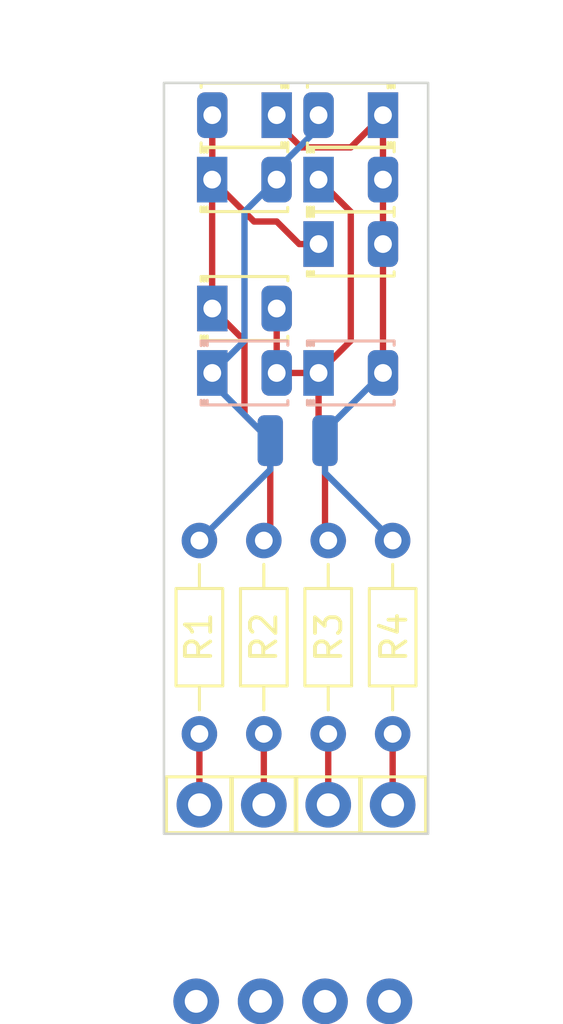
<source format=kicad_pcb>
(kicad_pcb (version 20221018) (generator pcbnew)
  (layers (0 "F.Cu" signal) (31 "B.Cu" signal) (34 "B.Paste" user) (35 "F.Paste" user) (36 "B.SilkS" user "B.Silkscreen") (37 "F.SilkS" user "F.Silkscreen") (38 "B.Mask" user) (39 "F.Mask" user) (44 "Edge.Cuts" user))
  (net 0 "")
  (net 1 "Net-(DG1-K)")
  (net 2 "Net-(DG1-A)")
  (net 3 "Net-(DG2-A)")
  (net 4 "Net-(DO/R1-A)")
  (net 5 "Net-(J5-Pin_1)")
  (net 6 "Net-(J6-Pin_1)")
  (net 7 "Net-(J7-Pin_1)")
  (net 8 "Net-(J8-Pin_1)")
  (footprint "Connector_Pin:Pin_D0.9mm_L10.0mm_W2.4mm_FlatFork" (layer "F.Cu") (at 108.204 92.583)
    (fp_text reference "J7" hide)
    (fp_text value "Conn_01x01")
    (fp_line (start -1.3 -1.1) (end -1.3 0.6) (stroke (width 0.12)) (layer "F.SilkS"))
    (fp_line (start -1.3 0.6) (end -1.3 1.1) (stroke (width 0.12)) (layer "F.SilkS"))
    (fp_line (start -1.3 1.1) (end 1.3 1.1) (stroke (width 0.12)) (layer "F.SilkS"))
    (fp_line (start 1.3 -1.1) (end -1.3 -1.1) (stroke (width 0.12)) (layer "F.SilkS"))
    (fp_line (start 1.3 1.1) (end 1.3 -1.1) (stroke (width 0.12)) (layer "F.SilkS"))
    (pad "1" thru_hole circle (at 0 0) (size 1.8 1.8) (drill 0.9) (layers "*.Cu" "*.Mask") (net 7 "Net-(J7-Pin_1)"))
  )
  (footprint "Resistor_THT:R_Axial_DIN0204_L3.6mm_D1.6mm_P7.62mm_Horizontal" (layer "F.Cu") (at 103.124 82.169 -90)
    (fp_text reference "R1" (at 3.81 0.027 90) (layer "F.SilkS"))
    (fp_text value "100")
    (fp_line (start 0.94 0) (end 1.89 0) (stroke (width 0.12)) (layer "F.SilkS"))
    (fp_line (start 1.89 -0.92) (end 1.89 0.92) (stroke (width 0.12)) (layer "F.SilkS"))
    (fp_line (start 1.89 0.92) (end 5.73 0.92) (stroke (width 0.12)) (layer "F.SilkS"))
    (fp_line (start 5.73 -0.92) (end 1.89 -0.92) (stroke (width 0.12)) (layer "F.SilkS"))
    (fp_line (start 5.73 0.92) (end 5.73 -0.92) (stroke (width 0.12)) (layer "F.SilkS"))
    (fp_line (start 6.68 0) (end 5.73 0) (stroke (width 0.12)) (layer "F.SilkS"))
    (pad "1" thru_hole circle (at 0 0 270) (size 1.4 1.4) (drill 0.7) (layers "*.Cu" "*.Mask") (net 3 "Net-(DG2-A)"))
    (pad "2" thru_hole oval (at 7.62 0 270) (size 1.4 1.4) (drill 0.7) (layers "*.Cu" "*.Mask") (net 5 "Net-(J5-Pin_1)"))
  )
  (footprint "Connector_Wire:SolderWirePad_1x01_SMD_1x2mm" (layer "F.Cu") (at 108.077 78.232)
    (fp_text reference "J3")
    (fp_text value "Conn_01x01")
    (pad "1" smd roundrect (at 0 0) (size 1 2) (layers "F.Cu" "F.Paste" "F.Mask") (net 4 "Net-(DO/R1-A)"))
  )
  (footprint "Connector_Pin:Pin_D0.9mm_L10.0mm_W2.4mm_FlatFork" (layer "F.Cu") (at 105.664 92.583)
    (fp_text reference "J6" hide)
    (fp_text value "Conn_01x01")
    (fp_line (start -1.3 -1.1) (end -1.3 0.6) (stroke (width 0.12)) (layer "F.SilkS"))
    (fp_line (start -1.3 0.6) (end -1.3 1.1) (stroke (width 0.12)) (layer "F.SilkS"))
    (fp_line (start -1.3 1.1) (end 1.3 1.1) (stroke (width 0.12)) (layer "F.SilkS"))
    (fp_line (start 1.3 -1.1) (end -1.3 -1.1) (stroke (width 0.12)) (layer "F.SilkS"))
    (fp_line (start 1.3 1.1) (end 1.3 -1.1) (stroke (width 0.12)) (layer "F.SilkS"))
    (pad "1" thru_hole circle (at 0 0) (size 1.8 1.8) (drill 0.9) (layers "*.Cu" "*.Mask") (net 6 "Net-(J6-Pin_1)"))
  )
  (footprint "LED_THT:LED_D1.8mm_W3.3mm_H2.4mm_mine" (layer "F.Cu") (at 107.823 67.945)
    (fp_text reference "DR2" hide)
    (fp_text value "LED" hide)
    (fp_line (start -0.44 -1.26) (end -0.44 -1.08) (stroke (width 0.12)) (layer "F.SilkS"))
    (fp_line (start -0.44 -1.26) (end 2.98 -1.26) (stroke (width 0.12)) (layer "F.SilkS"))
    (fp_line (start -0.44 1.08) (end -0.44 1.26) (stroke (width 0.12)) (layer "F.SilkS"))
    (fp_line (start -0.44 1.26) (end 2.98 1.26) (stroke (width 0.12)) (layer "F.SilkS"))
    (fp_line (start -0.32 -1.26) (end -0.32 -1.08) (stroke (width 0.12)) (layer "F.SilkS"))
    (fp_line (start -0.32 1.08) (end -0.32 1.26) (stroke (width 0.12)) (layer "F.SilkS"))
    (fp_line (start -0.2 -1.26) (end -0.2 -1.08) (stroke (width 0.12)) (layer "F.SilkS"))
    (fp_line (start -0.2 1.08) (end -0.2 1.26) (stroke (width 0.12)) (layer "F.SilkS"))
    (fp_line (start 2.98 -1.26) (end 2.98 -1.095) (stroke (width 0.12)) (layer "F.SilkS"))
    (fp_line (start 2.98 1.095) (end 2.98 1.26) (stroke (width 0.12)) (layer "F.SilkS"))
    (pad "1" thru_hole rect (at 0 0) (size 1.2 1.8) (drill 0.7) (layers "*.Cu" "*.Mask") (net 4 "Net-(DO/R1-A)"))
    (pad "2" thru_hole roundrect (at 2.54 0) (size 1.2 1.8) (drill 0.7) (layers "*.Cu" "*.Mask") (net 1 "Net-(DG1-K)"))
  )
  (footprint "Connector_Pin:Pin_D0.9mm_L10.0mm_W2.4mm_FlatFork" (layer "F.Cu") (at 103.124 92.583)
    (fp_text reference "J5" hide)
    (fp_text value "Conn_01x01")
    (fp_line (start -1.3 -1.1) (end -1.3 0.6) (stroke (width 0.12)) (layer "F.SilkS"))
    (fp_line (start -1.3 0.6) (end -1.3 1.1) (stroke (width 0.12)) (layer "F.SilkS"))
    (fp_line (start -1.3 1.1) (end 1.3 1.1) (stroke (width 0.12)) (layer "F.SilkS"))
    (fp_line (start 1.3 -1.1) (end -1.3 -1.1) (stroke (width 0.12)) (layer "F.SilkS"))
    (fp_line (start 1.3 1.1) (end 1.3 -1.1) (stroke (width 0.12)) (layer "F.SilkS"))
    (pad "1" thru_hole circle (at 0 0) (size 1.8 1.8) (drill 0.9) (layers "*.Cu" "*.Mask") (net 5 "Net-(J5-Pin_1)"))
  )
  (footprint "Resistor_THT:R_Axial_DIN0204_L3.6mm_D1.6mm_P7.62mm_Horizontal" (layer "F.Cu") (at 105.664 82.169 -90)
    (fp_text reference "R2" (at 3.81 0 90) (layer "F.SilkS"))
    (fp_text value "100")
    (fp_line (start 0.94 0) (end 1.89 0) (stroke (width 0.12)) (layer "F.SilkS"))
    (fp_line (start 1.89 -0.92) (end 1.89 0.92) (stroke (width 0.12)) (layer "F.SilkS"))
    (fp_line (start 1.89 0.92) (end 5.73 0.92) (stroke (width 0.12)) (layer "F.SilkS"))
    (fp_line (start 5.73 -0.92) (end 1.89 -0.92) (stroke (width 0.12)) (layer "F.SilkS"))
    (fp_line (start 5.73 0.92) (end 5.73 -0.92) (stroke (width 0.12)) (layer "F.SilkS"))
    (fp_line (start 6.68 0) (end 5.73 0) (stroke (width 0.12)) (layer "F.SilkS"))
    (pad "1" thru_hole circle (at 0 0 270) (size 1.4 1.4) (drill 0.7) (layers "*.Cu" "*.Mask") (net 2 "Net-(DG1-A)"))
    (pad "2" thru_hole oval (at 7.62 0 270) (size 1.4 1.4) (drill 0.7) (layers "*.Cu" "*.Mask") (net 6 "Net-(J6-Pin_1)"))
  )
  (footprint "" (layer "F.Cu") (at 108.077 100.33)
    (fp_text reference "" (at 0 0) (layer "F.SilkS") (effects (font (size 1.27 1.27))))
    (fp_text value "" (at 0 0) (layer "F.SilkS") (effects (font (size 1.27 1.27))))
    (pad "1" thru_hole circle (at 0 0) (size 1.8 1.8) (drill 0.9) (layers "*.Cu" "*.Mask"))
  )
  (footprint "Resistor_THT:R_Axial_DIN0204_L3.6mm_D1.6mm_P7.62mm_Horizontal" (layer "F.Cu") (at 110.744 82.169 -90)
    (fp_text reference "R4" (at 3.81 -0.048 90) (layer "F.SilkS"))
    (fp_text value "100")
    (fp_line (start 0.94 0) (end 1.89 0) (stroke (width 0.12)) (layer "F.SilkS"))
    (fp_line (start 1.89 -0.92) (end 1.89 0.92) (stroke (width 0.12)) (layer "F.SilkS"))
    (fp_line (start 1.89 0.92) (end 5.73 0.92) (stroke (width 0.12)) (layer "F.SilkS"))
    (fp_line (start 5.73 -0.92) (end 1.89 -0.92) (stroke (width 0.12)) (layer "F.SilkS"))
    (fp_line (start 5.73 0.92) (end 5.73 -0.92) (stroke (width 0.12)) (layer "F.SilkS"))
    (fp_line (start 6.68 0) (end 5.73 0) (stroke (width 0.12)) (layer "F.SilkS"))
    (pad "1" thru_hole circle (at 0 0 270) (size 1.4 1.4) (drill 0.7) (layers "*.Cu" "*.Mask") (net 1 "Net-(DG1-K)"))
    (pad "2" thru_hole oval (at 7.62 0 270) (size 1.4 1.4) (drill 0.7) (layers "*.Cu" "*.Mask") (net 8 "Net-(J8-Pin_1)"))
  )
  (footprint "LED_THT:LED_D1.8mm_W3.3mm_H2.4mm_mine" (layer "F.Cu") (at 106.172 65.405 180)
    (fp_text reference "DG1" hide)
    (fp_text value "LED" hide)
    (fp_line (start -0.44 -1.26) (end -0.44 -1.08) (stroke (width 0.12)) (layer "F.SilkS"))
    (fp_line (start -0.44 -1.26) (end 2.98 -1.26) (stroke (width 0.12)) (layer "F.SilkS"))
    (fp_line (start -0.44 1.08) (end -0.44 1.26) (stroke (width 0.12)) (layer "F.SilkS"))
    (fp_line (start -0.44 1.26) (end 2.98 1.26) (stroke (width 0.12)) (layer "F.SilkS"))
    (fp_line (start -0.32 -1.26) (end -0.32 -1.08) (stroke (width 0.12)) (layer "F.SilkS"))
    (fp_line (start -0.32 1.08) (end -0.32 1.26) (stroke (width 0.12)) (layer "F.SilkS"))
    (fp_line (start -0.2 -1.26) (end -0.2 -1.08) (stroke (width 0.12)) (layer "F.SilkS"))
    (fp_line (start -0.2 1.08) (end -0.2 1.26) (stroke (width 0.12)) (layer "F.SilkS"))
    (fp_line (start 2.98 -1.26) (end 2.98 -1.095) (stroke (width 0.12)) (layer "F.SilkS"))
    (fp_line (start 2.98 1.095) (end 2.98 1.26) (stroke (width 0.12)) (layer "F.SilkS"))
    (pad "1" thru_hole rect (at 0 0 180) (size 1.2 1.8) (drill 0.7) (layers "*.Cu" "*.Mask") (net 1 "Net-(DG1-K)"))
    (pad "2" thru_hole roundrect (at 2.54 0 180) (size 1.2 1.8) (drill 0.7) (layers "*.Cu" "*.Mask") (net 2 "Net-(DG1-A)"))
  )
  (footprint "LED_THT:LED_D1.8mm_W3.3mm_H2.4mm_mine" (layer "F.Cu") (at 103.627 67.945)
    (fp_text reference "DR1" hide)
    (fp_text value "LED" hide)
    (fp_line (start -0.44 -1.26) (end -0.44 -1.08) (stroke (width 0.12)) (layer "F.SilkS"))
    (fp_line (start -0.44 -1.26) (end 2.98 -1.26) (stroke (width 0.12)) (layer "F.SilkS"))
    (fp_line (start -0.44 1.08) (end -0.44 1.26) (stroke (width 0.12)) (layer "F.SilkS"))
    (fp_line (start -0.44 1.26) (end 2.98 1.26) (stroke (width 0.12)) (layer "F.SilkS"))
    (fp_line (start -0.32 -1.26) (end -0.32 -1.08) (stroke (width 0.12)) (layer "F.SilkS"))
    (fp_line (start -0.32 1.08) (end -0.32 1.26) (stroke (width 0.12)) (layer "F.SilkS"))
    (fp_line (start -0.2 -1.26) (end -0.2 -1.08) (stroke (width 0.12)) (layer "F.SilkS"))
    (fp_line (start -0.2 1.08) (end -0.2 1.26) (stroke (width 0.12)) (layer "F.SilkS"))
    (fp_line (start 2.98 -1.26) (end 2.98 -1.095) (stroke (width 0.12)) (layer "F.SilkS"))
    (fp_line (start 2.98 1.095) (end 2.98 1.26) (stroke (width 0.12)) (layer "F.SilkS"))
    (pad "1" thru_hole rect (at 0 0) (size 1.2 1.8) (drill 0.7) (layers "*.Cu" "*.Mask") (net 2 "Net-(DG1-A)"))
    (pad "2" thru_hole roundrect (at 2.54 0) (size 1.2 1.8) (drill 0.7) (layers "*.Cu" "*.Mask") (net 3 "Net-(DG2-A)"))
  )
  (footprint "" (layer "F.Cu") (at 105.537 100.33)
    (fp_text reference "" (at 0 0) (layer "F.SilkS") (effects (font (size 1.27 1.27))))
    (fp_text value "" (at 0 0) (layer "F.SilkS") (effects (font (size 1.27 1.27))))
    (pad "1" thru_hole circle (at 0 0) (size 1.8 1.8) (drill 0.9) (layers "*.Cu" "*.Mask"))
  )
  (footprint "LED_THT:LED_D1.8mm_W3.3mm_H2.4mm_mine" (layer "F.Cu") (at 110.363 65.405 180)
    (fp_text reference "DG2" hide)
    (fp_text value "LED" hide)
    (fp_line (start -0.44 -1.26) (end -0.44 -1.08) (stroke (width 0.12)) (layer "F.SilkS"))
    (fp_line (start -0.44 -1.26) (end 2.98 -1.26) (stroke (width 0.12)) (layer "F.SilkS"))
    (fp_line (start -0.44 1.08) (end -0.44 1.26) (stroke (width 0.12)) (layer "F.SilkS"))
    (fp_line (start -0.44 1.26) (end 2.98 1.26) (stroke (width 0.12)) (layer "F.SilkS"))
    (fp_line (start -0.32 -1.26) (end -0.32 -1.08) (stroke (width 0.12)) (layer "F.SilkS"))
    (fp_line (start -0.32 1.08) (end -0.32 1.26) (stroke (width 0.12)) (layer "F.SilkS"))
    (fp_line (start -0.2 -1.26) (end -0.2 -1.08) (stroke (width 0.12)) (layer "F.SilkS"))
    (fp_line (start -0.2 1.08) (end -0.2 1.26) (stroke (width 0.12)) (layer "F.SilkS"))
    (fp_line (start 2.98 -1.26) (end 2.98 -1.095) (stroke (width 0.12)) (layer "F.SilkS"))
    (fp_line (start 2.98 1.095) (end 2.98 1.26) (stroke (width 0.12)) (layer "F.SilkS"))
    (pad "1" thru_hole rect (at 0 0 180) (size 1.2 1.8) (drill 0.7) (layers "*.Cu" "*.Mask") (net 1 "Net-(DG1-K)"))
    (pad "2" thru_hole roundrect (at 2.54 0 180) (size 1.2 1.8) (drill 0.7) (layers "*.Cu" "*.Mask") (net 3 "Net-(DG2-A)"))
  )
  (footprint "Connector_Pin:Pin_D0.9mm_L10.0mm_W2.4mm_FlatFork" (layer "F.Cu") (at 110.744 92.583)
    (fp_text reference "J8" hide)
    (fp_text value "Conn_01x01")
    (fp_line (start -1.3 -1.1) (end -1.3 0.6) (stroke (width 0.12)) (layer "F.SilkS"))
    (fp_line (start -1.3 0.6) (end -1.3 1.1) (stroke (width 0.12)) (layer "F.SilkS"))
    (fp_line (start -1.3 1.1) (end 1.3 1.1) (stroke (width 0.12)) (layer "F.SilkS"))
    (fp_line (start 1.3 -1.1) (end -1.3 -1.1) (stroke (width 0.12)) (layer "F.SilkS"))
    (fp_line (start 1.3 1.1) (end 1.3 -1.1) (stroke (width 0.12)) (layer "F.SilkS"))
    (pad "1" thru_hole circle (at 0 0) (size 1.8 1.8) (drill 0.9) (layers "*.Cu" "*.Mask") (net 8 "Net-(J8-Pin_1)"))
  )
  (footprint "Connector_Wire:SolderWirePad_1x01_SMD_1x2mm" (layer "F.Cu") (at 105.918 78.232)
    (fp_text reference "J2")
    (fp_text value "Conn_01x01")
    (pad "1" smd roundrect (at 0 0) (size 1 2) (layers "F.Cu" "F.Paste" "F.Mask") (net 2 "Net-(DG1-A)"))
  )
  (footprint "LED_THT:LED_D1.8mm_W3.3mm_H2.4mm_mine" (layer "F.Cu") (at 107.823 70.485)
    (fp_text reference "DW2" hide)
    (fp_text value "LED" hide)
    (fp_line (start -0.44 -1.26) (end -0.44 -1.08) (stroke (width 0.12)) (layer "F.SilkS"))
    (fp_line (start -0.44 -1.26) (end 2.98 -1.26) (stroke (width 0.12)) (layer "F.SilkS"))
    (fp_line (start -0.44 1.08) (end -0.44 1.26) (stroke (width 0.12)) (layer "F.SilkS"))
    (fp_line (start -0.44 1.26) (end 2.98 1.26) (stroke (width 0.12)) (layer "F.SilkS"))
    (fp_line (start -0.32 -1.26) (end -0.32 -1.08) (stroke (width 0.12)) (layer "F.SilkS"))
    (fp_line (start -0.32 1.08) (end -0.32 1.26) (stroke (width 0.12)) (layer "F.SilkS"))
    (fp_line (start -0.2 -1.26) (end -0.2 -1.08) (stroke (width 0.12)) (layer "F.SilkS"))
    (fp_line (start -0.2 1.08) (end -0.2 1.26) (stroke (width 0.12)) (layer "F.SilkS"))
    (fp_line (start 2.98 -1.26) (end 2.98 -1.095) (stroke (width 0.12)) (layer "F.SilkS"))
    (fp_line (start 2.98 1.095) (end 2.98 1.26) (stroke (width 0.12)) (layer "F.SilkS"))
    (pad "1" thru_hole rect (at 0 0) (size 1.2 1.8) (drill 0.7) (layers "*.Cu" "*.Mask") (net 2 "Net-(DG1-A)"))
    (pad "2" thru_hole roundrect (at 2.54 0) (size 1.2 1.8) (drill 0.7) (layers "*.Cu" "*.Mask") (net 1 "Net-(DG1-K)"))
  )
  (footprint "Resistor_THT:R_Axial_DIN0204_L3.6mm_D1.6mm_P7.62mm_Horizontal" (layer "F.Cu") (at 108.204 82.169 -90)
    (fp_text reference "R3" (at 3.81 -0.023 90) (layer "F.SilkS"))
    (fp_text value "100")
    (fp_line (start 0.94 0) (end 1.89 0) (stroke (width 0.12)) (layer "F.SilkS"))
    (fp_line (start 1.89 -0.92) (end 1.89 0.92) (stroke (width 0.12)) (layer "F.SilkS"))
    (fp_line (start 1.89 0.92) (end 5.73 0.92) (stroke (width 0.12)) (layer "F.SilkS"))
    (fp_line (start 5.73 -0.92) (end 1.89 -0.92) (stroke (width 0.12)) (layer "F.SilkS"))
    (fp_line (start 5.73 0.92) (end 5.73 -0.92) (stroke (width 0.12)) (layer "F.SilkS"))
    (fp_line (start 6.68 0) (end 5.73 0) (stroke (width 0.12)) (layer "F.SilkS"))
    (pad "1" thru_hole circle (at 0 0 270) (size 1.4 1.4) (drill 0.7) (layers "*.Cu" "*.Mask") (net 4 "Net-(DO/R1-A)"))
    (pad "2" thru_hole oval (at 7.62 0 270) (size 1.4 1.4) (drill 0.7) (layers "*.Cu" "*.Mask") (net 7 "Net-(J7-Pin_1)"))
  )
  (footprint "LED_THT:LED_D1.8mm_W3.3mm_H2.4mm_mine" (layer "F.Cu") (at 103.632 73.025)
    (fp_text reference "DW1" hide)
    (fp_text value "LED" hide)
    (fp_line (start -0.44 -1.26) (end -0.44 -1.08) (stroke (width 0.12)) (layer "F.SilkS"))
    (fp_line (start -0.44 -1.26) (end 2.98 -1.26) (stroke (width 0.12)) (layer "F.SilkS"))
    (fp_line (start -0.44 1.08) (end -0.44 1.26) (stroke (width 0.12)) (layer "F.SilkS"))
    (fp_line (start -0.44 1.26) (end 2.98 1.26) (stroke (width 0.12)) (layer "F.SilkS"))
    (fp_line (start -0.32 -1.26) (end -0.32 -1.08) (stroke (width 0.12)) (layer "F.SilkS"))
    (fp_line (start -0.32 1.08) (end -0.32 1.26) (stroke (width 0.12)) (layer "F.SilkS"))
    (fp_line (start -0.2 -1.26) (end -0.2 -1.08) (stroke (width 0.12)) (layer "F.SilkS"))
    (fp_line (start -0.2 1.08) (end -0.2 1.26) (stroke (width 0.12)) (layer "F.SilkS"))
    (fp_line (start 2.98 -1.26) (end 2.98 -1.095) (stroke (width 0.12)) (layer "F.SilkS"))
    (fp_line (start 2.98 1.095) (end 2.98 1.26) (stroke (width 0.12)) (layer "F.SilkS"))
    (pad "1" thru_hole rect (at 0 0) (size 1.2 1.8) (drill 0.7) (layers "*.Cu" "*.Mask") (net 2 "Net-(DG1-A)"))
    (pad "2" thru_hole roundrect (at 2.54 0) (size 1.2 1.8) (drill 0.7) (layers "*.Cu" "*.Mask") (net 4 "Net-(DO/R1-A)"))
  )
  (footprint "" (layer "F.Cu") (at 102.997 100.33)
    (fp_text reference "" (at 0 0) (layer "F.SilkS") (effects (font (size 1.27 1.27))))
    (fp_text value "" (at 0 0) (layer "F.SilkS") (effects (font (size 1.27 1.27))))
    (pad "1" thru_hole circle (at 0 0) (size 1.8 1.8) (drill 0.9) (layers "*.Cu" "*.Mask"))
  )
  (footprint "" (layer "F.Cu") (at 110.617 100.33)
    (fp_text reference "" (at 0 0) (layer "F.SilkS") (effects (font (size 1.27 1.27))))
    (fp_text value "" (at 0 0) (layer "F.SilkS") (effects (font (size 1.27 1.27))))
    (pad "1" thru_hole circle (at 0 0) (size 1.8 1.8) (drill 0.9) (layers "*.Cu" "*.Mask"))
  )
  (footprint "LED_THT:LED_D1.8mm_W3.3mm_H2.4mm_mine" (layer "B.Cu") (at 107.823 75.565)
    (fp_text reference "DO/V1" hide)
    (fp_text value "LED" hide)
    (fp_line (start -0.44 -1.26) (end 2.98 -1.26) (stroke (width 0.12)) (layer "B.SilkS"))
    (fp_line (start -0.44 -1.08) (end -0.44 -1.26) (stroke (width 0.12)) (layer "B.SilkS"))
    (fp_line (start -0.44 1.26) (end -0.44 1.08) (stroke (width 0.12)) (layer "B.SilkS"))
    (fp_line (start -0.44 1.26) (end 2.98 1.26) (stroke (width 0.12)) (layer "B.SilkS"))
    (fp_line (start -0.32 -1.08) (end -0.32 -1.26) (stroke (width 0.12)) (layer "B.SilkS"))
    (fp_line (start -0.32 1.26) (end -0.32 1.08) (stroke (width 0.12)) (layer "B.SilkS"))
    (fp_line (start -0.2 -1.08) (end -0.2 -1.26) (stroke (width 0.12)) (layer "B.SilkS"))
    (fp_line (start -0.2 1.26) (end -0.2 1.08) (stroke (width 0.12)) (layer "B.SilkS"))
    (fp_line (start 2.98 -1.095) (end 2.98 -1.26) (stroke (width 0.12)) (layer "B.SilkS"))
    (fp_line (start 2.98 1.26) (end 2.98 1.095) (stroke (width 0.12)) (layer "B.SilkS"))
    (pad "1" thru_hole rect (at 0 0) (size 1.2 1.8) (drill 0.7) (layers "*.Cu" "*.Mask") (net 4 "Net-(DO/R1-A)"))
    (pad "2" thru_hole roundrect (at 2.54 0) (size 1.2 1.8) (drill 0.7) (layers "*.Cu" "*.Mask") (net 1 "Net-(DG1-K)"))
  )
  (footprint "LED_THT:LED_D1.8mm_W3.3mm_H2.4mm_mine" (layer "B.Cu") (at 103.632 75.565)
    (fp_text reference "DO/R1" hide)
    (fp_text value "LED" hide)
    (fp_line (start -0.44 -1.26) (end 2.98 -1.26) (stroke (width 0.12)) (layer "B.SilkS"))
    (fp_line (start -0.44 -1.08) (end -0.44 -1.26) (stroke (width 0.12)) (layer "B.SilkS"))
    (fp_line (start -0.44 1.26) (end -0.44 1.08) (stroke (width 0.12)) (layer "B.SilkS"))
    (fp_line (start -0.44 1.26) (end 2.98 1.26) (stroke (width 0.12)) (layer "B.SilkS"))
    (fp_line (start -0.32 -1.08) (end -0.32 -1.26) (stroke (width 0.12)) (layer "B.SilkS"))
    (fp_line (start -0.32 1.26) (end -0.32 1.08) (stroke (width 0.12)) (layer "B.SilkS"))
    (fp_line (start -0.2 -1.08) (end -0.2 -1.26) (stroke (width 0.12)) (layer "B.SilkS"))
    (fp_line (start -0.2 1.26) (end -0.2 1.08) (stroke (width 0.12)) (layer "B.SilkS"))
    (fp_line (start 2.98 -1.095) (end 2.98 -1.26) (stroke (width 0.12)) (layer "B.SilkS"))
    (fp_line (start 2.98 1.26) (end 2.98 1.095) (stroke (width 0.12)) (layer "B.SilkS"))
    (pad "1" thru_hole rect (at 0 0) (size 1.2 1.8) (drill 0.7) (layers "*.Cu" "*.Mask") (net 3 "Net-(DG2-A)"))
    (pad "2" thru_hole roundrect (at 2.54 0) (size 1.2 1.8) (drill 0.7) (layers "*.Cu" "*.Mask") (net 4 "Net-(DO/R1-A)"))
  )
  (footprint "Connector_Wire:SolderWirePad_1x01_SMD_1x2mm" (layer "B.Cu") (at 105.918 78.232 180)
    (fp_text reference "J1")
    (fp_text value "Conn_01x01")
    (pad "1" smd roundrect (at 0 0 180) (size 1 2) (layers "B.Cu" "B.Paste" "B.Mask") (net 3 "Net-(DG2-A)"))
  )
  (footprint "Connector_Wire:SolderWirePad_1x01_SMD_1x2mm" (layer "B.Cu") (at 108.077 78.232 180)
    (fp_text reference "J4")
    (fp_text value "Conn_01x01")
    (pad "1" smd roundrect (at 0 0 180) (size 1 2) (layers "B.Cu" "B.Paste" "B.Mask") (net 1 "Net-(DG1-K)"))
  )
  (gr_rect (start 101.727 64.135) (end 112.141 93.726) (stroke (width 0.1)) (fill none) (layer "Edge.Cuts"))
  (segment (start 106.172 65.705) (end 107.142 66.675) (width 0.25) (layer "F.Cu") (net 1))
  (segment (start 110.368 75.565) (end 110.368 75.941) (width 0.25) (layer "F.Cu") (net 1))
  (segment (start 110.363 67.945) (end 110.363 70.485) (width 0.25) (layer "F.Cu") (net 1))
  (segment (start 109.093 66.675) (end 110.363 65.405) (width 0.25) (layer "F.Cu") (net 1))
  (segment (start 106.172 65.405) (end 106.172 65.705) (width 0.25) (layer "F.Cu") (net 1))
  (segment (start 107.142 66.675) (end 109.093 66.675) (width 0.25) (layer "F.Cu") (net 1))
  (segment (start 110.363 75.565) (end 110.363 70.485) (width 0.25) (layer "F.Cu") (net 1))
  (segment (start 110.363 65.405) (end 110.363 67.945) (width 0.25) (layer "F.Cu") (net 1))
  (segment (start 110.363 75.56) (end 110.368 75.565) (width 0.25) (layer "F.Cu") (net 1))
  (segment (start 108.077 79.502) (end 110.744 82.169) (width 0.25) (layer "B.Cu") (net 1))
  (segment (start 108.077 78.232) (end 108.077 79.502) (width 0.25) (layer "B.Cu") (net 1))
  (segment (start 110.368 75.565) (end 110.368 75.941) (width 0.25) (layer "B.Cu") (net 1))
  (segment (start 107.828 77.983) (end 108.077 78.232) (width 0.25) (layer "B.Cu") (net 1))
  (segment (start 108.077 77.851) (end 108.077 78.232) (width 0.25) (layer "B.Cu") (net 1))
  (segment (start 110.363 75.565) (end 108.077 77.851) (width 0.25) (layer "B.Cu") (net 1))
  (segment (start 103.627 73.02) (end 103.632 73.025) (width 0.25) (layer "F.Cu") (net 2))
  (segment (start 106.172 78.105) (end 106.172 78.232) (width 0.25) (layer "F.Cu") (net 2))
  (segment (start 104.902 77.216) (end 105.918 78.232) (width 0.25) (layer "F.Cu") (net 2))
  (segment (start 103.632 68.194) (end 103.627 68.199) (width 0.25) (layer "F.Cu") (net 2))
  (segment (start 103.627 67.945) (end 105.278 69.596) (width 0.25) (layer "F.Cu") (net 2))
  (segment (start 105.278 69.596) (end 106.172 69.596) (width 0.25) (layer "F.Cu") (net 2))
  (segment (start 106.172 77.597) (end 106.172 77.724) (width 0.25) (layer "F.Cu") (net 2))
  (segment (start 103.632 65.405) (end 103.632 67.94) (width 0.25) (layer "F.Cu") (net 2))
  (segment (start 105.918 81.915) (end 105.664 82.169) (width 0.25) (layer "F.Cu") (net 2))
  (segment (start 103.632 67.94) (end 103.627 67.945) (width 0.25) (layer "F.Cu") (net 2))
  (segment (start 103.632 73.025) (end 104.902 74.295) (width 0.25) (layer "F.Cu") (net 2))
  (segment (start 105.918 78.232) (end 105.918 81.915) (width 0.25) (layer "F.Cu") (net 2))
  (segment (start 106.172 69.596) (end 107.061 70.485) (width 0.25) (layer "F.Cu") (net 2))
  (segment (start 103.627 68.453) (end 103.627 73.02) (width 0.25) (layer "F.Cu") (net 2))
  (segment (start 104.902 74.295) (end 104.902 77.216) (width 0.25) (layer "F.Cu") (net 2))
  (segment (start 107.061 70.485) (end 107.823 70.485) (width 0.25) (layer "F.Cu") (net 2))
  (segment (start 103.632 68.194) (end 103.627 68.199) (width 0.25) (layer "B.Cu") (net 2))
  (segment (start 106.167 67.823) (end 106.167 68.199) (width 0.25) (layer "F.Cu") (net 3))
  (segment (start 104.902 74.295) (end 104.902 69.21) (width 0.25) (layer "B.Cu") (net 3))
  (segment (start 104.902 69.21) (end 106.167 67.945) (width 0.25) (layer "B.Cu") (net 3))
  (segment (start 103.632 75.565) (end 104.902 74.295) (width 0.25) (layer "B.Cu") (net 3))
  (segment (start 103.632 75.946) (end 105.918 78.232) (width 0.25) (layer "B.Cu") (net 3))
  (segment (start 105.918 78.232) (end 105.918 79.375) (width 0.25) (layer "B.Cu") (net 3))
  (segment (start 105.918 79.375) (end 103.124 82.169) (width 0.25) (layer "B.Cu") (net 3))
  (segment (start 107.823 65.405) (end 107.823 65.904) (width 0.25) (layer "B.Cu") (net 3))
  (segment (start 106.167 67.56) (end 106.167 67.945) (width 0.25) (layer "B.Cu") (net 3))
  (segment (start 107.823 65.904) (end 106.167 67.56) (width 0.25) (layer "B.Cu") (net 3))
  (segment (start 103.632 75.565) (end 103.632 75.946) (width 0.25) (layer "B.Cu") (net 3))
  (segment (start 106.553 73.025) (end 106.172 73.025) (width 0.25) (layer "F.Cu") (net 4))
  (segment (start 107.823 77.978) (end 108.077 78.232) (width 0.25) (layer "F.Cu") (net 4))
  (segment (start 107.823 75.565) (end 107.823 77.978) (width 0.25) (layer "F.Cu") (net 4))
  (segment (start 109.093 69.215) (end 109.093 74.295) (width 0.25) (layer "F.Cu") (net 4))
  (segment (start 108.077 82.042) (end 108.204 82.169) (width 0.25) (layer "F.Cu") (net 4))
  (segment (start 109.093 74.295) (end 107.823 75.565) (width 0.25) (layer "F.Cu") (net 4))
  (segment (start 107.823 67.945) (end 109.093 69.215) (width 0.25) (layer "F.Cu") (net 4))
  (segment (start 108.077 78.232) (end 108.077 82.042) (width 0.25) (layer "F.Cu") (net 4))
  (segment (start 106.172 73.025) (end 106.172 75.565) (width 0.25) (layer "F.Cu") (net 4))
  (segment (start 106.172 75.565) (end 107.823 75.565) (width 0.25) (layer "F.Cu") (net 4))
  (segment (start 103.124 89.789) (end 103.124 92.583) (width 0.25) (layer "F.Cu") (net 5))
  (segment (start 105.664 89.789) (end 105.664 92.583) (width 0.25) (layer "F.Cu") (net 6))
  (segment (start 108.204 89.789) (end 108.204 92.583) (width 0.25) (layer "F.Cu") (net 7))
  (segment (start 110.744 89.789) (end 110.744 92.583) (width 0.25) (layer "F.Cu") (net 8))
)
</source>
